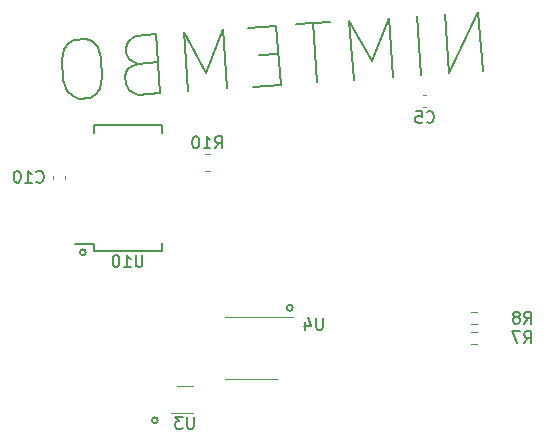
<source format=gbr>
%TF.GenerationSoftware,KiCad,Pcbnew,7.0.7*%
%TF.CreationDate,2023-11-15T05:14:33-06:00*%
%TF.ProjectId,GBA_Cartridge,4742415f-4361-4727-9472-696467652e6b,rev?*%
%TF.SameCoordinates,Original*%
%TF.FileFunction,Legend,Bot*%
%TF.FilePolarity,Positive*%
%FSLAX46Y46*%
G04 Gerber Fmt 4.6, Leading zero omitted, Abs format (unit mm)*
G04 Created by KiCad (PCBNEW 7.0.7) date 2023-11-15 05:14:33*
%MOMM*%
%LPD*%
G01*
G04 APERTURE LIST*
%ADD10C,0.150000*%
%ADD11C,0.120000*%
G04 APERTURE END LIST*
D10*
X15240000Y-19177000D02*
G75*
G03*
X15240000Y-19177000I-254000J0D01*
G01*
X26670000Y-9652000D02*
G75*
G03*
X26670000Y-9652000I-254000J0D01*
G01*
X9144000Y-4953000D02*
G75*
G03*
X9144000Y-4953000I-254000J0D01*
G01*
X42739751Y10434267D02*
X42390969Y15422088D01*
X42390969Y15422088D02*
X39889568Y10234963D01*
X39889568Y10234963D02*
X39540786Y15222783D01*
X37514416Y10068876D02*
X37165634Y15056697D01*
X35139264Y9902790D02*
X34790481Y14890610D01*
X34790481Y14890610D02*
X33377005Y11211620D01*
X33377005Y11211620D02*
X31465268Y14658088D01*
X31465268Y14658088D02*
X31814050Y9670268D01*
X29802661Y14541827D02*
X26952478Y14342523D01*
X28726352Y9454355D02*
X28377569Y14442175D01*
X25455958Y11851110D02*
X23793351Y11734849D01*
X23263501Y9072355D02*
X25638653Y9238442D01*
X25638653Y9238442D02*
X25289871Y14226262D01*
X25289871Y14226262D02*
X22914718Y14060176D01*
X21125863Y8922877D02*
X20777081Y13910697D01*
X20777081Y13910697D02*
X19363604Y10231708D01*
X19363604Y10231708D02*
X17451867Y13678176D01*
X17451867Y13678176D02*
X17800650Y8690356D01*
X13580195Y11020676D02*
X12884258Y10733334D01*
X12884258Y10733334D02*
X12663351Y10479210D01*
X12663351Y10479210D02*
X12459053Y9987571D01*
X12459053Y9987571D02*
X12508879Y9275025D01*
X12508879Y9275025D02*
X12779612Y8816604D01*
X12779612Y8816604D02*
X13033736Y8595697D01*
X13033736Y8595697D02*
X13525375Y8391399D01*
X13525375Y8391399D02*
X15425497Y8524269D01*
X15425497Y8524269D02*
X15076714Y13512089D01*
X15076714Y13512089D02*
X13414108Y13395828D01*
X13414108Y13395828D02*
X12955686Y13125096D01*
X12955686Y13125096D02*
X12734779Y12870972D01*
X12734779Y12870972D02*
X12530481Y12379332D01*
X12530481Y12379332D02*
X12563699Y11904302D01*
X12563699Y11904302D02*
X12834431Y11445880D01*
X12834431Y11445880D02*
X13088555Y11224974D01*
X13088555Y11224974D02*
X13580195Y11020676D01*
X13580195Y11020676D02*
X15242801Y11136936D01*
X9138833Y13096872D02*
X8188772Y13030437D01*
X8188772Y13030437D02*
X7730350Y12759704D01*
X7730350Y12759704D02*
X7288537Y12251457D01*
X7288537Y12251457D02*
X7117457Y11284787D01*
X7117457Y11284787D02*
X7233718Y9622180D01*
X7233718Y9622180D02*
X7537668Y8688728D01*
X7537668Y8688728D02*
X8045915Y8246915D01*
X8045915Y8246915D02*
X8537555Y8042617D01*
X8537555Y8042617D02*
X9487616Y8109052D01*
X9487616Y8109052D02*
X9946037Y8379784D01*
X9946037Y8379784D02*
X10387851Y8888032D01*
X10387851Y8888032D02*
X10558931Y9854702D01*
X10558931Y9854702D02*
X10442670Y11517309D01*
X10442670Y11517309D02*
X10138720Y12450761D01*
X10138720Y12450761D02*
X9630472Y12892574D01*
X9630472Y12892574D02*
X9138833Y13096872D01*
X38012666Y6084419D02*
X38060285Y6036800D01*
X38060285Y6036800D02*
X38203142Y5989180D01*
X38203142Y5989180D02*
X38298380Y5989180D01*
X38298380Y5989180D02*
X38441237Y6036800D01*
X38441237Y6036800D02*
X38536475Y6132038D01*
X38536475Y6132038D02*
X38584094Y6227276D01*
X38584094Y6227276D02*
X38631713Y6417752D01*
X38631713Y6417752D02*
X38631713Y6560609D01*
X38631713Y6560609D02*
X38584094Y6751085D01*
X38584094Y6751085D02*
X38536475Y6846323D01*
X38536475Y6846323D02*
X38441237Y6941561D01*
X38441237Y6941561D02*
X38298380Y6989180D01*
X38298380Y6989180D02*
X38203142Y6989180D01*
X38203142Y6989180D02*
X38060285Y6941561D01*
X38060285Y6941561D02*
X38012666Y6893942D01*
X37107904Y6989180D02*
X37584094Y6989180D01*
X37584094Y6989180D02*
X37631713Y6512990D01*
X37631713Y6512990D02*
X37584094Y6560609D01*
X37584094Y6560609D02*
X37488856Y6608228D01*
X37488856Y6608228D02*
X37250761Y6608228D01*
X37250761Y6608228D02*
X37155523Y6560609D01*
X37155523Y6560609D02*
X37107904Y6512990D01*
X37107904Y6512990D02*
X37060285Y6417752D01*
X37060285Y6417752D02*
X37060285Y6179657D01*
X37060285Y6179657D02*
X37107904Y6084419D01*
X37107904Y6084419D02*
X37155523Y6036800D01*
X37155523Y6036800D02*
X37250761Y5989180D01*
X37250761Y5989180D02*
X37488856Y5989180D01*
X37488856Y5989180D02*
X37584094Y6036800D01*
X37584094Y6036800D02*
X37631713Y6084419D01*
X29209904Y-10503819D02*
X29209904Y-11313342D01*
X29209904Y-11313342D02*
X29162285Y-11408580D01*
X29162285Y-11408580D02*
X29114666Y-11456200D01*
X29114666Y-11456200D02*
X29019428Y-11503819D01*
X29019428Y-11503819D02*
X28828952Y-11503819D01*
X28828952Y-11503819D02*
X28733714Y-11456200D01*
X28733714Y-11456200D02*
X28686095Y-11408580D01*
X28686095Y-11408580D02*
X28638476Y-11313342D01*
X28638476Y-11313342D02*
X28638476Y-10503819D01*
X27733714Y-10837152D02*
X27733714Y-11503819D01*
X27971809Y-10456200D02*
X28209904Y-11170485D01*
X28209904Y-11170485D02*
X27590857Y-11170485D01*
X20073857Y3862180D02*
X20407190Y4338371D01*
X20645285Y3862180D02*
X20645285Y4862180D01*
X20645285Y4862180D02*
X20264333Y4862180D01*
X20264333Y4862180D02*
X20169095Y4814561D01*
X20169095Y4814561D02*
X20121476Y4766942D01*
X20121476Y4766942D02*
X20073857Y4671704D01*
X20073857Y4671704D02*
X20073857Y4528847D01*
X20073857Y4528847D02*
X20121476Y4433609D01*
X20121476Y4433609D02*
X20169095Y4385990D01*
X20169095Y4385990D02*
X20264333Y4338371D01*
X20264333Y4338371D02*
X20645285Y4338371D01*
X19121476Y3862180D02*
X19692904Y3862180D01*
X19407190Y3862180D02*
X19407190Y4862180D01*
X19407190Y4862180D02*
X19502428Y4719323D01*
X19502428Y4719323D02*
X19597666Y4624085D01*
X19597666Y4624085D02*
X19692904Y4576466D01*
X18502428Y4862180D02*
X18407190Y4862180D01*
X18407190Y4862180D02*
X18311952Y4814561D01*
X18311952Y4814561D02*
X18264333Y4766942D01*
X18264333Y4766942D02*
X18216714Y4671704D01*
X18216714Y4671704D02*
X18169095Y4481228D01*
X18169095Y4481228D02*
X18169095Y4243133D01*
X18169095Y4243133D02*
X18216714Y4052657D01*
X18216714Y4052657D02*
X18264333Y3957419D01*
X18264333Y3957419D02*
X18311952Y3909800D01*
X18311952Y3909800D02*
X18407190Y3862180D01*
X18407190Y3862180D02*
X18502428Y3862180D01*
X18502428Y3862180D02*
X18597666Y3909800D01*
X18597666Y3909800D02*
X18645285Y3957419D01*
X18645285Y3957419D02*
X18692904Y4052657D01*
X18692904Y4052657D02*
X18740523Y4243133D01*
X18740523Y4243133D02*
X18740523Y4481228D01*
X18740523Y4481228D02*
X18692904Y4671704D01*
X18692904Y4671704D02*
X18645285Y4766942D01*
X18645285Y4766942D02*
X18597666Y4814561D01*
X18597666Y4814561D02*
X18502428Y4862180D01*
X18287904Y-18885819D02*
X18287904Y-19695342D01*
X18287904Y-19695342D02*
X18240285Y-19790580D01*
X18240285Y-19790580D02*
X18192666Y-19838200D01*
X18192666Y-19838200D02*
X18097428Y-19885819D01*
X18097428Y-19885819D02*
X17906952Y-19885819D01*
X17906952Y-19885819D02*
X17811714Y-19838200D01*
X17811714Y-19838200D02*
X17764095Y-19790580D01*
X17764095Y-19790580D02*
X17716476Y-19695342D01*
X17716476Y-19695342D02*
X17716476Y-18885819D01*
X17335523Y-18885819D02*
X16716476Y-18885819D01*
X16716476Y-18885819D02*
X17049809Y-19266771D01*
X17049809Y-19266771D02*
X16906952Y-19266771D01*
X16906952Y-19266771D02*
X16811714Y-19314390D01*
X16811714Y-19314390D02*
X16764095Y-19362009D01*
X16764095Y-19362009D02*
X16716476Y-19457247D01*
X16716476Y-19457247D02*
X16716476Y-19695342D01*
X16716476Y-19695342D02*
X16764095Y-19790580D01*
X16764095Y-19790580D02*
X16811714Y-19838200D01*
X16811714Y-19838200D02*
X16906952Y-19885819D01*
X16906952Y-19885819D02*
X17192666Y-19885819D01*
X17192666Y-19885819D02*
X17287904Y-19838200D01*
X17287904Y-19838200D02*
X17335523Y-19790580D01*
X46267666Y-12646819D02*
X46600999Y-12170628D01*
X46839094Y-12646819D02*
X46839094Y-11646819D01*
X46839094Y-11646819D02*
X46458142Y-11646819D01*
X46458142Y-11646819D02*
X46362904Y-11694438D01*
X46362904Y-11694438D02*
X46315285Y-11742057D01*
X46315285Y-11742057D02*
X46267666Y-11837295D01*
X46267666Y-11837295D02*
X46267666Y-11980152D01*
X46267666Y-11980152D02*
X46315285Y-12075390D01*
X46315285Y-12075390D02*
X46362904Y-12123009D01*
X46362904Y-12123009D02*
X46458142Y-12170628D01*
X46458142Y-12170628D02*
X46839094Y-12170628D01*
X45934332Y-11646819D02*
X45267666Y-11646819D01*
X45267666Y-11646819D02*
X45696237Y-12646819D01*
X4960857Y1037419D02*
X5008476Y989800D01*
X5008476Y989800D02*
X5151333Y942180D01*
X5151333Y942180D02*
X5246571Y942180D01*
X5246571Y942180D02*
X5389428Y989800D01*
X5389428Y989800D02*
X5484666Y1085038D01*
X5484666Y1085038D02*
X5532285Y1180276D01*
X5532285Y1180276D02*
X5579904Y1370752D01*
X5579904Y1370752D02*
X5579904Y1513609D01*
X5579904Y1513609D02*
X5532285Y1704085D01*
X5532285Y1704085D02*
X5484666Y1799323D01*
X5484666Y1799323D02*
X5389428Y1894561D01*
X5389428Y1894561D02*
X5246571Y1942180D01*
X5246571Y1942180D02*
X5151333Y1942180D01*
X5151333Y1942180D02*
X5008476Y1894561D01*
X5008476Y1894561D02*
X4960857Y1846942D01*
X4008476Y942180D02*
X4579904Y942180D01*
X4294190Y942180D02*
X4294190Y1942180D01*
X4294190Y1942180D02*
X4389428Y1799323D01*
X4389428Y1799323D02*
X4484666Y1704085D01*
X4484666Y1704085D02*
X4579904Y1656466D01*
X3389428Y1942180D02*
X3294190Y1942180D01*
X3294190Y1942180D02*
X3198952Y1894561D01*
X3198952Y1894561D02*
X3151333Y1846942D01*
X3151333Y1846942D02*
X3103714Y1751704D01*
X3103714Y1751704D02*
X3056095Y1561228D01*
X3056095Y1561228D02*
X3056095Y1323133D01*
X3056095Y1323133D02*
X3103714Y1132657D01*
X3103714Y1132657D02*
X3151333Y1037419D01*
X3151333Y1037419D02*
X3198952Y989800D01*
X3198952Y989800D02*
X3294190Y942180D01*
X3294190Y942180D02*
X3389428Y942180D01*
X3389428Y942180D02*
X3484666Y989800D01*
X3484666Y989800D02*
X3532285Y1037419D01*
X3532285Y1037419D02*
X3579904Y1132657D01*
X3579904Y1132657D02*
X3627523Y1323133D01*
X3627523Y1323133D02*
X3627523Y1561228D01*
X3627523Y1561228D02*
X3579904Y1751704D01*
X3579904Y1751704D02*
X3532285Y1846942D01*
X3532285Y1846942D02*
X3484666Y1894561D01*
X3484666Y1894561D02*
X3389428Y1942180D01*
X13938094Y-5196819D02*
X13938094Y-6006342D01*
X13938094Y-6006342D02*
X13890475Y-6101580D01*
X13890475Y-6101580D02*
X13842856Y-6149200D01*
X13842856Y-6149200D02*
X13747618Y-6196819D01*
X13747618Y-6196819D02*
X13557142Y-6196819D01*
X13557142Y-6196819D02*
X13461904Y-6149200D01*
X13461904Y-6149200D02*
X13414285Y-6101580D01*
X13414285Y-6101580D02*
X13366666Y-6006342D01*
X13366666Y-6006342D02*
X13366666Y-5196819D01*
X12366666Y-6196819D02*
X12938094Y-6196819D01*
X12652380Y-6196819D02*
X12652380Y-5196819D01*
X12652380Y-5196819D02*
X12747618Y-5339676D01*
X12747618Y-5339676D02*
X12842856Y-5434914D01*
X12842856Y-5434914D02*
X12938094Y-5482533D01*
X11747618Y-5196819D02*
X11652380Y-5196819D01*
X11652380Y-5196819D02*
X11557142Y-5244438D01*
X11557142Y-5244438D02*
X11509523Y-5292057D01*
X11509523Y-5292057D02*
X11461904Y-5387295D01*
X11461904Y-5387295D02*
X11414285Y-5577771D01*
X11414285Y-5577771D02*
X11414285Y-5815866D01*
X11414285Y-5815866D02*
X11461904Y-6006342D01*
X11461904Y-6006342D02*
X11509523Y-6101580D01*
X11509523Y-6101580D02*
X11557142Y-6149200D01*
X11557142Y-6149200D02*
X11652380Y-6196819D01*
X11652380Y-6196819D02*
X11747618Y-6196819D01*
X11747618Y-6196819D02*
X11842856Y-6149200D01*
X11842856Y-6149200D02*
X11890475Y-6101580D01*
X11890475Y-6101580D02*
X11938094Y-6006342D01*
X11938094Y-6006342D02*
X11985713Y-5815866D01*
X11985713Y-5815866D02*
X11985713Y-5577771D01*
X11985713Y-5577771D02*
X11938094Y-5387295D01*
X11938094Y-5387295D02*
X11890475Y-5292057D01*
X11890475Y-5292057D02*
X11842856Y-5244438D01*
X11842856Y-5244438D02*
X11747618Y-5196819D01*
X46267666Y-10995819D02*
X46600999Y-10519628D01*
X46839094Y-10995819D02*
X46839094Y-9995819D01*
X46839094Y-9995819D02*
X46458142Y-9995819D01*
X46458142Y-9995819D02*
X46362904Y-10043438D01*
X46362904Y-10043438D02*
X46315285Y-10091057D01*
X46315285Y-10091057D02*
X46267666Y-10186295D01*
X46267666Y-10186295D02*
X46267666Y-10329152D01*
X46267666Y-10329152D02*
X46315285Y-10424390D01*
X46315285Y-10424390D02*
X46362904Y-10472009D01*
X46362904Y-10472009D02*
X46458142Y-10519628D01*
X46458142Y-10519628D02*
X46839094Y-10519628D01*
X45696237Y-10424390D02*
X45791475Y-10376771D01*
X45791475Y-10376771D02*
X45839094Y-10329152D01*
X45839094Y-10329152D02*
X45886713Y-10233914D01*
X45886713Y-10233914D02*
X45886713Y-10186295D01*
X45886713Y-10186295D02*
X45839094Y-10091057D01*
X45839094Y-10091057D02*
X45791475Y-10043438D01*
X45791475Y-10043438D02*
X45696237Y-9995819D01*
X45696237Y-9995819D02*
X45505761Y-9995819D01*
X45505761Y-9995819D02*
X45410523Y-10043438D01*
X45410523Y-10043438D02*
X45362904Y-10091057D01*
X45362904Y-10091057D02*
X45315285Y-10186295D01*
X45315285Y-10186295D02*
X45315285Y-10233914D01*
X45315285Y-10233914D02*
X45362904Y-10329152D01*
X45362904Y-10329152D02*
X45410523Y-10376771D01*
X45410523Y-10376771D02*
X45505761Y-10424390D01*
X45505761Y-10424390D02*
X45696237Y-10424390D01*
X45696237Y-10424390D02*
X45791475Y-10472009D01*
X45791475Y-10472009D02*
X45839094Y-10519628D01*
X45839094Y-10519628D02*
X45886713Y-10614866D01*
X45886713Y-10614866D02*
X45886713Y-10805342D01*
X45886713Y-10805342D02*
X45839094Y-10900580D01*
X45839094Y-10900580D02*
X45791475Y-10948200D01*
X45791475Y-10948200D02*
X45696237Y-10995819D01*
X45696237Y-10995819D02*
X45505761Y-10995819D01*
X45505761Y-10995819D02*
X45410523Y-10948200D01*
X45410523Y-10948200D02*
X45362904Y-10900580D01*
X45362904Y-10900580D02*
X45315285Y-10805342D01*
X45315285Y-10805342D02*
X45315285Y-10614866D01*
X45315285Y-10614866D02*
X45362904Y-10519628D01*
X45362904Y-10519628D02*
X45410523Y-10472009D01*
X45410523Y-10472009D02*
X45505761Y-10424390D01*
D11*
%TO.C,C5*%
X37699733Y7364000D02*
X37992267Y7364000D01*
X37699733Y8384000D02*
X37992267Y8384000D01*
%TO.C,U4*%
X23114000Y-10471000D02*
X20914000Y-10471000D01*
X23114000Y-15691000D02*
X20914000Y-15691000D01*
X23114000Y-15691000D02*
X25314000Y-15691000D01*
X23114000Y-10471000D02*
X26714000Y-10471000D01*
%TO.C,R10*%
X19658064Y3402000D02*
X19203936Y3402000D01*
X19658064Y1932000D02*
X19203936Y1932000D01*
%TO.C,U3*%
X16826000Y-16239000D02*
X18226000Y-16239000D01*
X18226000Y-18559000D02*
X16326000Y-18559000D01*
%TO.C,R7*%
X41782276Y-12714500D02*
X42291724Y-12714500D01*
X41782276Y-11669500D02*
X42291724Y-11669500D01*
%TO.C,C10*%
X7368000Y1250733D02*
X7368000Y1543267D01*
X6348000Y1250733D02*
X6348000Y1543267D01*
D10*
%TO.C,U10*%
X9825000Y5833000D02*
X9825000Y5183000D01*
X15575000Y-4817000D02*
X15575000Y-4167000D01*
X9825000Y-4817000D02*
X15575000Y-4817000D01*
X9825000Y-4242000D02*
X8225000Y-4242000D01*
X15575000Y5833000D02*
X15575000Y5183000D01*
X9825000Y5833000D02*
X15575000Y5833000D01*
X9825000Y-4817000D02*
X9825000Y-4242000D01*
D11*
%TO.C,R8*%
X41782276Y-11063500D02*
X42291724Y-11063500D01*
X41782276Y-10018500D02*
X42291724Y-10018500D01*
%TD*%
M02*

</source>
